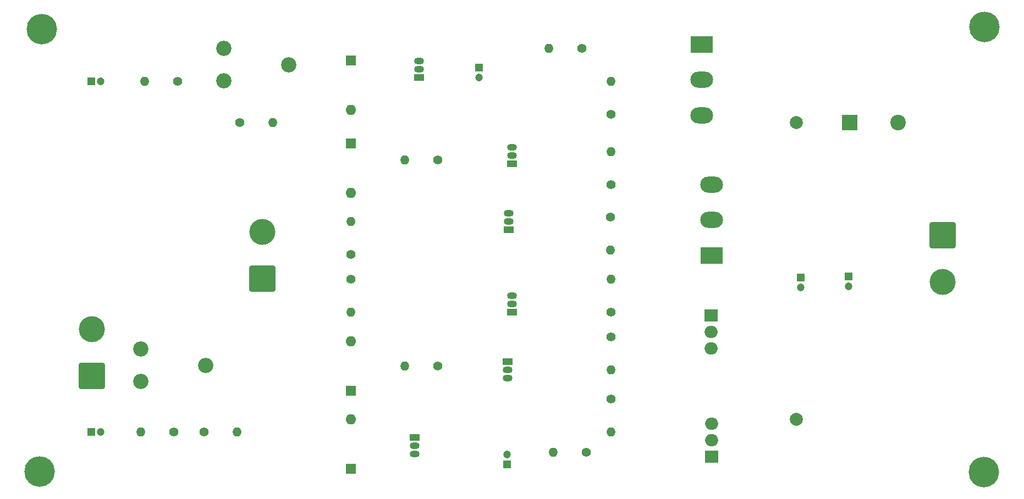
<source format=gbr>
%TF.GenerationSoftware,KiCad,Pcbnew,8.0.1*%
%TF.CreationDate,2024-09-10T19:28:36-07:00*%
%TF.ProjectId,Dorr_Amp_REV-,446f7272-5f41-46d7-905f-5245562d2e6b,-*%
%TF.SameCoordinates,Original*%
%TF.FileFunction,Soldermask,Top*%
%TF.FilePolarity,Negative*%
%FSLAX46Y46*%
G04 Gerber Fmt 4.6, Leading zero omitted, Abs format (unit mm)*
G04 Created by KiCad (PCBNEW 8.0.1) date 2024-09-10 19:28:36*
%MOMM*%
%LPD*%
G01*
G04 APERTURE LIST*
G04 Aperture macros list*
%AMRoundRect*
0 Rectangle with rounded corners*
0 $1 Rounding radius*
0 $2 $3 $4 $5 $6 $7 $8 $9 X,Y pos of 4 corners*
0 Add a 4 corners polygon primitive as box body*
4,1,4,$2,$3,$4,$5,$6,$7,$8,$9,$2,$3,0*
0 Add four circle primitives for the rounded corners*
1,1,$1+$1,$2,$3*
1,1,$1+$1,$4,$5*
1,1,$1+$1,$6,$7*
1,1,$1+$1,$8,$9*
0 Add four rect primitives between the rounded corners*
20,1,$1+$1,$2,$3,$4,$5,0*
20,1,$1+$1,$4,$5,$6,$7,0*
20,1,$1+$1,$6,$7,$8,$9,0*
20,1,$1+$1,$8,$9,$2,$3,0*%
G04 Aperture macros list end*
%ADD10C,1.400000*%
%ADD11O,1.400000X1.400000*%
%ADD12C,2.000000*%
%ADD13R,1.200000X1.200000*%
%ADD14C,1.200000*%
%ADD15C,4.700000*%
%ADD16RoundRect,0.250000X1.750000X-1.750000X1.750000X1.750000X-1.750000X1.750000X-1.750000X-1.750000X0*%
%ADD17C,4.000000*%
%ADD18C,2.340000*%
%ADD19R,1.500000X1.050000*%
%ADD20O,1.500000X1.050000*%
%ADD21R,1.600000X1.600000*%
%ADD22O,1.600000X1.600000*%
%ADD23R,3.500000X2.500000*%
%ADD24O,3.500000X2.500000*%
%ADD25RoundRect,0.250000X-1.750000X1.750000X-1.750000X-1.750000X1.750000X-1.750000X1.750000X1.750000X0*%
%ADD26R,2.000000X1.905000*%
%ADD27O,2.000000X1.905000*%
%ADD28R,2.400000X2.400000*%
%ADD29C,2.400000*%
G04 APERTURE END LIST*
D10*
%TO.C,R8*%
X67260000Y-128665000D03*
D11*
X72340000Y-128665000D03*
%TD*%
D10*
%TO.C,R14*%
X103220800Y-86759800D03*
D11*
X98140800Y-86759800D03*
%TD*%
D12*
%TO.C,TP1*%
X158465800Y-126764800D03*
%TD*%
D10*
%TO.C,R12*%
X72740800Y-81044800D03*
D11*
X77820800Y-81044800D03*
%TD*%
D13*
%TO.C,C1*%
X159100800Y-104944800D03*
D14*
X159100800Y-106444800D03*
%TD*%
D15*
%TO.C,H1*%
X42265600Y-66675000D03*
%TD*%
%TO.C,H3*%
X41960800Y-134797800D03*
%TD*%
D10*
%TO.C,R15*%
X129850000Y-95575000D03*
D11*
X129850000Y-100655000D03*
%TD*%
D16*
%TO.C,J3*%
X76250800Y-105079800D03*
D17*
X76250800Y-97879800D03*
%TD*%
D15*
%TO.C,H4*%
X187299600Y-134848600D03*
%TD*%
%TO.C,H2*%
X187401200Y-66319400D03*
%TD*%
D10*
%TO.C,R3*%
X129890800Y-114064800D03*
D11*
X129890800Y-119144800D03*
%TD*%
D13*
%TO.C,C3*%
X49880800Y-128669800D03*
D14*
X51380800Y-128669800D03*
%TD*%
D18*
%TO.C,R11*%
X70280800Y-74629800D03*
X80280800Y-72129800D03*
X70280800Y-69629800D03*
%TD*%
D10*
%TO.C,R2*%
X129890800Y-110254800D03*
D11*
X129890800Y-105174800D03*
%TD*%
D13*
%TO.C,C5*%
X49880800Y-74694800D03*
D14*
X51380800Y-74694800D03*
%TD*%
D19*
%TO.C,Q6*%
X100405800Y-74059800D03*
D20*
X100405800Y-72789800D03*
X100405800Y-71519800D03*
%TD*%
D21*
%TO.C,D3*%
X89885800Y-84219800D03*
D22*
X89885800Y-91839800D03*
%TD*%
D13*
%TO.C,C6*%
X109570800Y-72559800D03*
D14*
X109570800Y-74059800D03*
%TD*%
D10*
%TO.C,R10*%
X63215800Y-74694800D03*
D11*
X58135800Y-74694800D03*
%TD*%
D13*
%TO.C,C4*%
X113900000Y-133687600D03*
D14*
X113900000Y-132187600D03*
%TD*%
D10*
%TO.C,R6*%
X62580800Y-128669800D03*
D11*
X57500800Y-128669800D03*
%TD*%
D23*
%TO.C,Q10*%
X143860800Y-68979800D03*
D24*
X143860800Y-74454800D03*
X143860800Y-79929800D03*
%TD*%
D13*
%TO.C,C7*%
X166500000Y-104765000D03*
D14*
X166500000Y-106265000D03*
%TD*%
D10*
%TO.C,R16*%
X125445800Y-69614800D03*
D11*
X120365800Y-69614800D03*
%TD*%
D21*
%TO.C,D1*%
X89885800Y-122319800D03*
D22*
X89885800Y-114699800D03*
%TD*%
D10*
%TO.C,R9*%
X126080800Y-131844800D03*
D11*
X121000800Y-131844800D03*
%TD*%
D25*
%TO.C,J1*%
X181000000Y-98365000D03*
D17*
X181000000Y-105565000D03*
%TD*%
D19*
%TO.C,Q8*%
X114650800Y-87394800D03*
D20*
X114650800Y-86124800D03*
X114650800Y-84854800D03*
%TD*%
D10*
%TO.C,R18*%
X129890800Y-79774800D03*
D11*
X129890800Y-74694800D03*
%TD*%
D18*
%TO.C,R7*%
X57500000Y-120940000D03*
X67500000Y-118440000D03*
X57500000Y-115940000D03*
%TD*%
D19*
%TO.C,Q1*%
X114650800Y-110254800D03*
D20*
X114650800Y-108984800D03*
X114650800Y-107714800D03*
%TD*%
D10*
%TO.C,R17*%
X129890800Y-90569800D03*
D11*
X129890800Y-85489800D03*
%TD*%
D26*
%TO.C,Q9*%
X145355800Y-110789800D03*
D27*
X145355800Y-113329800D03*
X145355800Y-115869800D03*
%TD*%
D12*
%TO.C,TP2*%
X158465800Y-81044800D03*
%TD*%
D10*
%TO.C,R1*%
X89885800Y-105174800D03*
D11*
X89885800Y-110254800D03*
%TD*%
D19*
%TO.C,Q7*%
X114210000Y-97585000D03*
D20*
X114210000Y-96315000D03*
X114210000Y-95045000D03*
%TD*%
D16*
%TO.C,J2*%
X50007800Y-120096400D03*
D17*
X50007800Y-112896400D03*
%TD*%
D21*
%TO.C,D4*%
X89911200Y-71494400D03*
D22*
X89911200Y-79114400D03*
%TD*%
D19*
%TO.C,Q3*%
X99700000Y-129525000D03*
D20*
X99700000Y-130795000D03*
X99700000Y-132065000D03*
%TD*%
D26*
%TO.C,Q5*%
X145440800Y-132479800D03*
D27*
X145440800Y-129939800D03*
X145440800Y-127399800D03*
%TD*%
D28*
%TO.C,C8*%
X166626041Y-81065000D03*
D29*
X174126041Y-81065000D03*
%TD*%
D19*
%TO.C,Q4*%
X114015800Y-117874800D03*
D20*
X114015800Y-119144800D03*
X114015800Y-120414800D03*
%TD*%
D10*
%TO.C,R13*%
X89885800Y-101364800D03*
D11*
X89885800Y-96284800D03*
%TD*%
D10*
%TO.C,R5*%
X129890800Y-123589800D03*
D11*
X129890800Y-128669800D03*
%TD*%
D10*
%TO.C,R4*%
X103220800Y-118509800D03*
D11*
X98140800Y-118509800D03*
%TD*%
D21*
%TO.C,D2*%
X89885800Y-134384800D03*
D22*
X89885800Y-126764800D03*
%TD*%
D23*
%TO.C,Q2*%
X145440800Y-101519800D03*
D24*
X145440800Y-96044800D03*
X145440800Y-90569800D03*
%TD*%
M02*

</source>
